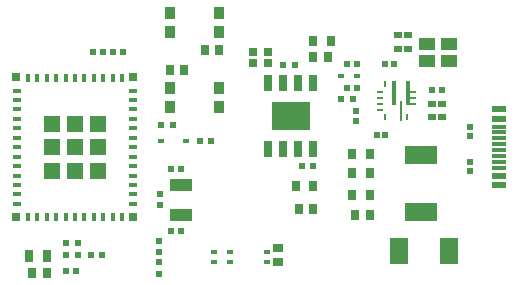
<source format=gtp>
G04*
G04 #@! TF.GenerationSoftware,Altium Limited,Altium Designer,23.0.1 (38)*
G04*
G04 Layer_Color=4408131*
%FSLAX25Y25*%
%MOIN*%
G70*
G04*
G04 #@! TF.SameCoordinates,F61D067F-344E-4115-8181-82DC4058F137*
G04*
G04*
G04 #@! TF.FilePolarity,Positive*
G04*
G01*
G75*
%ADD14R,0.02953X0.03543*%
%ADD15R,0.01575X0.03150*%
%ADD16R,0.03150X0.01575*%
%ADD17R,0.05709X0.05709*%
%ADD18R,0.02756X0.02756*%
%ADD19R,0.02362X0.01968*%
%ADD20R,0.02362X0.00984*%
%ADD21R,0.01968X0.01181*%
%ADD22R,0.02953X0.03543*%
%ADD23R,0.02756X0.05315*%
%ADD24R,0.12992X0.09449*%
%ADD25R,0.02205X0.00984*%
%ADD26R,0.00984X0.02362*%
%ADD27R,0.01575X0.08268*%
%ADD28R,0.00984X0.06693*%
%ADD29R,0.04721X0.02362*%
%ADD30R,0.04921X0.02362*%
%ADD31R,0.04921X0.01181*%
%ADD32R,0.02165X0.02362*%
%ADD33R,0.03543X0.03937*%
%ADD34R,0.01860X0.02203*%
%ADD35R,0.02029X0.01860*%
%ADD36R,0.02203X0.01860*%
%ADD37R,0.01890X0.01575*%
%ADD38R,0.05339X0.04152*%
%ADD39R,0.02500X0.02410*%
%ADD40R,0.02410X0.02410*%
%ADD41R,0.01968X0.01575*%
%ADD42R,0.03543X0.02953*%
%ADD43R,0.02648X0.02624*%
%ADD44R,0.01968X0.02362*%
%ADD45R,0.02423X0.02254*%
%ADD46R,0.02517X0.02254*%
%ADD47R,0.10984X0.06000*%
%ADD48R,0.03000X0.03591*%
%ADD49R,0.03000X0.03591*%
%ADD50R,0.06378X0.08583*%
%ADD51R,0.01860X0.01843*%
%ADD52R,0.02323X0.01772*%
%ADD53R,0.01968X0.01968*%
%ADD54R,0.02254X0.02230*%
%ADD55R,0.07480X0.04331*%
%ADD56R,0.03000X0.03985*%
D14*
X29618Y8100D02*
D03*
X34343D02*
D03*
X87046Y82401D02*
D03*
X91771D02*
D03*
X141986Y27300D02*
D03*
X137261D02*
D03*
X80253Y75899D02*
D03*
X75529D02*
D03*
X123300Y79900D02*
D03*
X128024D02*
D03*
X123300Y29500D02*
D03*
X118576D02*
D03*
D15*
X59550Y26772D02*
D03*
X28054D02*
D03*
X31203D02*
D03*
X34353D02*
D03*
X37502D02*
D03*
X40652D02*
D03*
X43802D02*
D03*
X46951D02*
D03*
X50101D02*
D03*
X53250D02*
D03*
X56400D02*
D03*
X59550Y73228D02*
D03*
X56400D02*
D03*
X53250D02*
D03*
X50101D02*
D03*
X46951D02*
D03*
X43802D02*
D03*
X40652D02*
D03*
X37502D02*
D03*
X34353D02*
D03*
X31203D02*
D03*
X28054D02*
D03*
D16*
X63093Y31102D02*
D03*
Y34252D02*
D03*
Y37402D02*
D03*
Y40551D02*
D03*
Y43701D02*
D03*
Y46850D02*
D03*
Y50000D02*
D03*
Y53150D02*
D03*
Y56299D02*
D03*
Y59449D02*
D03*
Y62598D02*
D03*
Y65748D02*
D03*
Y68898D02*
D03*
X24510D02*
D03*
Y65748D02*
D03*
Y62598D02*
D03*
Y59449D02*
D03*
Y56299D02*
D03*
Y53150D02*
D03*
Y50000D02*
D03*
Y46850D02*
D03*
Y43701D02*
D03*
Y40551D02*
D03*
Y37402D02*
D03*
Y34252D02*
D03*
Y31102D02*
D03*
D17*
X43802Y50000D02*
D03*
Y42224D02*
D03*
X51577D02*
D03*
Y50000D02*
D03*
Y57776D02*
D03*
X43802D02*
D03*
X36026D02*
D03*
Y50000D02*
D03*
Y42224D02*
D03*
D18*
X24313Y73425D02*
D03*
X63290D02*
D03*
Y26575D02*
D03*
X24313D02*
D03*
D19*
X40652Y17968D02*
D03*
Y14031D02*
D03*
X71700Y11776D02*
D03*
Y7839D02*
D03*
Y14925D02*
D03*
Y18862D02*
D03*
X44791Y17937D02*
D03*
Y14000D02*
D03*
D20*
X145463Y62559D02*
D03*
Y64528D02*
D03*
Y66496D02*
D03*
Y68465D02*
D03*
D21*
X90044Y14925D02*
D03*
Y11776D02*
D03*
X95556D02*
D03*
Y14925D02*
D03*
D22*
X123300Y85500D02*
D03*
X129131D02*
D03*
X123300Y37100D02*
D03*
X117469D02*
D03*
D23*
X123300Y71524D02*
D03*
X118300D02*
D03*
X113300D02*
D03*
X108300D02*
D03*
Y49476D02*
D03*
X113300D02*
D03*
X118300D02*
D03*
X123300D02*
D03*
D24*
X115800Y60500D02*
D03*
D25*
X156565Y68465D02*
D03*
Y66496D02*
D03*
Y64528D02*
D03*
D26*
X147313Y71024D02*
D03*
X154400Y60000D02*
D03*
X147313D02*
D03*
D27*
X150148Y68071D02*
D03*
X154715D02*
D03*
D28*
X152431Y62165D02*
D03*
D29*
X185031Y37402D02*
D03*
D30*
Y40551D02*
D03*
Y59449D02*
D03*
Y62598D02*
D03*
D31*
Y45079D02*
D03*
Y49016D02*
D03*
Y50984D02*
D03*
Y54921D02*
D03*
Y56890D02*
D03*
Y52953D02*
D03*
Y47047D02*
D03*
Y43110D02*
D03*
D32*
X59746Y81600D02*
D03*
X56400D02*
D03*
X49884D02*
D03*
X53230D02*
D03*
D33*
X91771Y88451D02*
D03*
X75629D02*
D03*
X91771Y94750D02*
D03*
X75629D02*
D03*
X91671Y63550D02*
D03*
X75529D02*
D03*
X91671Y69849D02*
D03*
X75529D02*
D03*
D34*
X137400Y58703D02*
D03*
Y62059D02*
D03*
D35*
X144333Y53900D02*
D03*
X147313D02*
D03*
D36*
X134422Y77800D02*
D03*
X137778D02*
D03*
Y69800D02*
D03*
X134422D02*
D03*
X150276Y77600D02*
D03*
X147313D02*
D03*
D37*
X132581Y73800D02*
D03*
X137778D02*
D03*
D38*
X168500Y84557D02*
D03*
Y78843D02*
D03*
X161100Y84557D02*
D03*
Y78843D02*
D03*
D39*
X151443Y82600D02*
D03*
X154715D02*
D03*
X151443Y87500D02*
D03*
X154715D02*
D03*
X162842Y60000D02*
D03*
X166114D02*
D03*
D40*
X75728Y22221D02*
D03*
X79000D02*
D03*
Y42621D02*
D03*
X75728D02*
D03*
D41*
X107876Y11776D02*
D03*
Y14925D02*
D03*
D42*
X111525Y11776D02*
D03*
Y16500D02*
D03*
D43*
X108300Y77920D02*
D03*
Y81880D02*
D03*
X103100D02*
D03*
Y77920D02*
D03*
D44*
X113300Y77400D02*
D03*
X117237D02*
D03*
X119363Y43600D02*
D03*
X123300D02*
D03*
X132431Y65900D02*
D03*
X136369D02*
D03*
X85334Y52000D02*
D03*
X89271D02*
D03*
X72649Y57400D02*
D03*
X76586D02*
D03*
D45*
X166087Y68900D02*
D03*
X162713D02*
D03*
D46*
X166040Y64300D02*
D03*
X162760D02*
D03*
D47*
X159100Y28451D02*
D03*
Y47549D02*
D03*
D48*
X141986Y34000D02*
D03*
X136155D02*
D03*
D49*
X141986Y41400D02*
D03*
X136261D02*
D03*
X141986Y47600D02*
D03*
X136261D02*
D03*
D50*
X151893Y15500D02*
D03*
X168507D02*
D03*
D51*
X175500Y53723D02*
D03*
Y56890D02*
D03*
Y41912D02*
D03*
Y45079D02*
D03*
D52*
X80956Y52000D02*
D03*
X72649D02*
D03*
D53*
X44195Y8700D02*
D03*
X40652D02*
D03*
X49260Y13991D02*
D03*
X52803D02*
D03*
D54*
X72200Y30838D02*
D03*
Y34405D02*
D03*
D55*
X79000Y27500D02*
D03*
Y37343D02*
D03*
D56*
X28512Y13700D02*
D03*
X34343D02*
D03*
M02*

</source>
